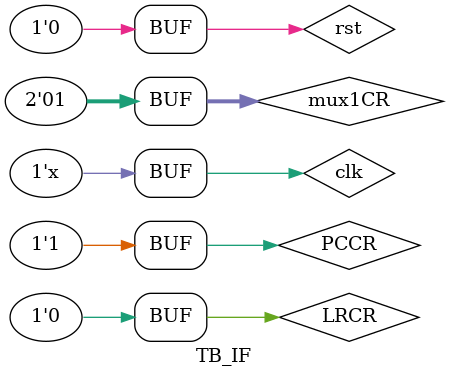
<source format=v>
`timescale 1ns / 1ps


module TB_IF;

	// Inputs
	reg LRCR;
	reg [1:0] mux1CR;
	reg PCCR;
	reg clk;
	reg rst;

	// Outputs
	wire [15:0] Oi;

	// Instantiate the Unit Under Test (UUT)
	IF uut (
		.LRCR(LRCR), 
		.mux1CR(mux1CR), 
		.PCCR(PCCR), 
		.Oi(Oi), 
		.clk(clk), 
		.rst(rst)
	);

	initial begin
		// Initialize Inputs
		LRCR = 0;
		mux1CR = 0;
		PCCR = 0;
		clk = 0;
		rst = 1;

		// Wait 100 ns for global reset to finish
		#100;
        rst = 0;
		mux1CR = 1;
		PCCR = 1;
		// Add stimulus here

	end
      always #10 clk=~clk;
endmodule


</source>
